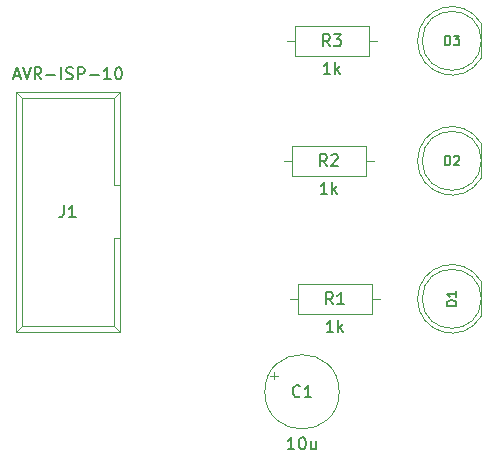
<source format=gbr>
%TF.GenerationSoftware,KiCad,Pcbnew,5.1.4-3.fc30*%
%TF.CreationDate,2019-10-13T13:42:18+02:00*%
%TF.ProjectId,avr_prog_uno_shiled,6176725f-7072-46f6-975f-756e6f5f7368,1.0*%
%TF.SameCoordinates,PX69db1f0PY7882d48*%
%TF.FileFunction,Other,Fab,Top*%
%FSLAX46Y46*%
G04 Gerber Fmt 4.6, Leading zero omitted, Abs format (unit mm)*
G04 Created by KiCad (PCBNEW 5.1.4-3.fc30) date 2019-10-13 13:42:18*
%MOMM*%
%LPD*%
G04 APERTURE LIST*
%ADD10C,0.100000*%
%ADD11C,0.150000*%
%ADD12C,0.200000*%
G04 APERTURE END LIST*
D10*
%TO.C,J1*%
X27031000Y34564000D02*
X26481000Y34004000D01*
X27031000Y14204000D02*
X26481000Y14744000D01*
X18181000Y34564000D02*
X18731000Y34004000D01*
X18181000Y14204000D02*
X18731000Y14744000D01*
X18731000Y34004000D02*
X26481000Y34004000D01*
X18181000Y34564000D02*
X27031000Y34564000D01*
X18731000Y14744000D02*
X26481000Y14744000D01*
X18181000Y14204000D02*
X27031000Y14204000D01*
X26481000Y26634000D02*
X27031000Y26634000D01*
X26481000Y22134000D02*
X27031000Y22134000D01*
X26481000Y26634000D02*
X26481000Y34004000D01*
X26481000Y14744000D02*
X26481000Y22134000D01*
X27031000Y14204000D02*
X27031000Y34564000D01*
X18731000Y14744000D02*
X18731000Y34004000D01*
X18181000Y14204000D02*
X18181000Y34564000D01*
%TO.C,C1*%
X40059028Y10832500D02*
X40059028Y10202500D01*
X39744028Y10517500D02*
X40374028Y10517500D01*
X45588000Y9144000D02*
G75*
G03X45588000Y9144000I-3150000J0D01*
G01*
%TO.C,D1*%
X57618016Y18487666D02*
G75*
G03X57618000Y15548306I-2500016J-1469666D01*
G01*
X57618000Y17018000D02*
G75*
G03X57618000Y17018000I-2500000J0D01*
G01*
X57618000Y15548306D02*
X57618000Y18487694D01*
%TO.C,D2*%
X57618000Y27232306D02*
X57618000Y30171694D01*
X57618000Y28702000D02*
G75*
G03X57618000Y28702000I-2500000J0D01*
G01*
X57618016Y30171666D02*
G75*
G03X57618000Y27232306I-2500016J-1469666D01*
G01*
%TO.C,D3*%
X57618016Y40331666D02*
G75*
G03X57618000Y37392306I-2500016J-1469666D01*
G01*
X57618000Y38862000D02*
G75*
G03X57618000Y38862000I-2500000J0D01*
G01*
X57618000Y37392306D02*
X57618000Y40331694D01*
%TO.C,R1*%
X42062000Y18268000D02*
X42062000Y15768000D01*
X42062000Y15768000D02*
X48362000Y15768000D01*
X48362000Y15768000D02*
X48362000Y18268000D01*
X48362000Y18268000D02*
X42062000Y18268000D01*
X41402000Y17018000D02*
X42062000Y17018000D01*
X49022000Y17018000D02*
X48362000Y17018000D01*
%TO.C,R2*%
X48514000Y28702000D02*
X47854000Y28702000D01*
X40894000Y28702000D02*
X41554000Y28702000D01*
X47854000Y29952000D02*
X41554000Y29952000D01*
X47854000Y27452000D02*
X47854000Y29952000D01*
X41554000Y27452000D02*
X47854000Y27452000D01*
X41554000Y29952000D02*
X41554000Y27452000D01*
%TO.C,R3*%
X41808000Y40112000D02*
X41808000Y37612000D01*
X41808000Y37612000D02*
X48108000Y37612000D01*
X48108000Y37612000D02*
X48108000Y40112000D01*
X48108000Y40112000D02*
X41808000Y40112000D01*
X41148000Y38862000D02*
X41808000Y38862000D01*
X48768000Y38862000D02*
X48108000Y38862000D01*
%TD*%
%TO.C,J1*%
D11*
X18034571Y35901334D02*
X18510761Y35901334D01*
X17939333Y35615620D02*
X18272666Y36615620D01*
X18606000Y35615620D01*
X18796476Y36615620D02*
X19129809Y35615620D01*
X19463142Y36615620D01*
X20367904Y35615620D02*
X20034571Y36091810D01*
X19796476Y35615620D02*
X19796476Y36615620D01*
X20177428Y36615620D01*
X20272666Y36568000D01*
X20320285Y36520381D01*
X20367904Y36425143D01*
X20367904Y36282286D01*
X20320285Y36187048D01*
X20272666Y36139429D01*
X20177428Y36091810D01*
X19796476Y36091810D01*
X20796476Y35996572D02*
X21558380Y35996572D01*
X22034571Y35615620D02*
X22034571Y36615620D01*
X22463142Y35663239D02*
X22606000Y35615620D01*
X22844095Y35615620D01*
X22939333Y35663239D01*
X22986952Y35710858D01*
X23034571Y35806096D01*
X23034571Y35901334D01*
X22986952Y35996572D01*
X22939333Y36044191D01*
X22844095Y36091810D01*
X22653619Y36139429D01*
X22558380Y36187048D01*
X22510761Y36234667D01*
X22463142Y36329905D01*
X22463142Y36425143D01*
X22510761Y36520381D01*
X22558380Y36568000D01*
X22653619Y36615620D01*
X22891714Y36615620D01*
X23034571Y36568000D01*
X23463142Y35615620D02*
X23463142Y36615620D01*
X23844095Y36615620D01*
X23939333Y36568000D01*
X23986952Y36520381D01*
X24034571Y36425143D01*
X24034571Y36282286D01*
X23986952Y36187048D01*
X23939333Y36139429D01*
X23844095Y36091810D01*
X23463142Y36091810D01*
X24463142Y35996572D02*
X25225047Y35996572D01*
X26225047Y35615620D02*
X25653619Y35615620D01*
X25939333Y35615620D02*
X25939333Y36615620D01*
X25844095Y36472762D01*
X25748857Y36377524D01*
X25653619Y36329905D01*
X26844095Y36615620D02*
X26939333Y36615620D01*
X27034571Y36568000D01*
X27082190Y36520381D01*
X27129809Y36425143D01*
X27177428Y36234667D01*
X27177428Y35996572D01*
X27129809Y35806096D01*
X27082190Y35710858D01*
X27034571Y35663239D01*
X26939333Y35615620D01*
X26844095Y35615620D01*
X26748857Y35663239D01*
X26701238Y35710858D01*
X26653619Y35806096D01*
X26606000Y35996572D01*
X26606000Y36234667D01*
X26653619Y36425143D01*
X26701238Y36520381D01*
X26748857Y36568000D01*
X26844095Y36615620D01*
X22272666Y24931620D02*
X22272666Y24217334D01*
X22225047Y24074477D01*
X22129809Y23979239D01*
X21986952Y23931620D01*
X21891714Y23931620D01*
X23272666Y23931620D02*
X22701238Y23931620D01*
X22986952Y23931620D02*
X22986952Y24931620D01*
X22891714Y24788762D01*
X22796476Y24693524D01*
X22701238Y24645905D01*
%TO.C,C1*%
X41795142Y4291620D02*
X41223714Y4291620D01*
X41509428Y4291620D02*
X41509428Y5291620D01*
X41414190Y5148762D01*
X41318952Y5053524D01*
X41223714Y5005905D01*
X42414190Y5291620D02*
X42509428Y5291620D01*
X42604666Y5244000D01*
X42652285Y5196381D01*
X42699904Y5101143D01*
X42747523Y4910667D01*
X42747523Y4672572D01*
X42699904Y4482096D01*
X42652285Y4386858D01*
X42604666Y4339239D01*
X42509428Y4291620D01*
X42414190Y4291620D01*
X42318952Y4339239D01*
X42271333Y4386858D01*
X42223714Y4482096D01*
X42176095Y4672572D01*
X42176095Y4910667D01*
X42223714Y5101143D01*
X42271333Y5196381D01*
X42318952Y5244000D01*
X42414190Y5291620D01*
X43604666Y4958286D02*
X43604666Y4291620D01*
X43176095Y4958286D02*
X43176095Y4434477D01*
X43223714Y4339239D01*
X43318952Y4291620D01*
X43461809Y4291620D01*
X43557047Y4339239D01*
X43604666Y4386858D01*
X42271333Y8786858D02*
X42223714Y8739239D01*
X42080857Y8691620D01*
X41985619Y8691620D01*
X41842761Y8739239D01*
X41747523Y8834477D01*
X41699904Y8929715D01*
X41652285Y9120191D01*
X41652285Y9263048D01*
X41699904Y9453524D01*
X41747523Y9548762D01*
X41842761Y9644000D01*
X41985619Y9691620D01*
X42080857Y9691620D01*
X42223714Y9644000D01*
X42271333Y9596381D01*
X43223714Y8691620D02*
X42652285Y8691620D01*
X42938000Y8691620D02*
X42938000Y9691620D01*
X42842761Y9548762D01*
X42747523Y9453524D01*
X42652285Y9405905D01*
%TO.C,D1*%
D12*
X55499904Y16427524D02*
X54699904Y16427524D01*
X54699904Y16618000D01*
X54738000Y16732286D01*
X54814190Y16808477D01*
X54890380Y16846572D01*
X55042761Y16884667D01*
X55157047Y16884667D01*
X55309428Y16846572D01*
X55385619Y16808477D01*
X55461809Y16732286D01*
X55499904Y16618000D01*
X55499904Y16427524D01*
X55499904Y17646572D02*
X55499904Y17189429D01*
X55499904Y17418000D02*
X54699904Y17418000D01*
X54814190Y17341810D01*
X54890380Y17265620D01*
X54928476Y17189429D01*
%TO.C,D2*%
X54547523Y28340096D02*
X54547523Y29140096D01*
X54738000Y29140096D01*
X54852285Y29102000D01*
X54928476Y29025810D01*
X54966571Y28949620D01*
X55004666Y28797239D01*
X55004666Y28682953D01*
X54966571Y28530572D01*
X54928476Y28454381D01*
X54852285Y28378191D01*
X54738000Y28340096D01*
X54547523Y28340096D01*
X55309428Y29063905D02*
X55347523Y29102000D01*
X55423714Y29140096D01*
X55614190Y29140096D01*
X55690380Y29102000D01*
X55728476Y29063905D01*
X55766571Y28987715D01*
X55766571Y28911524D01*
X55728476Y28797239D01*
X55271333Y28340096D01*
X55766571Y28340096D01*
%TO.C,D3*%
X54547523Y38500096D02*
X54547523Y39300096D01*
X54738000Y39300096D01*
X54852285Y39262000D01*
X54928476Y39185810D01*
X54966571Y39109620D01*
X55004666Y38957239D01*
X55004666Y38842953D01*
X54966571Y38690572D01*
X54928476Y38614381D01*
X54852285Y38538191D01*
X54738000Y38500096D01*
X54547523Y38500096D01*
X55271333Y39300096D02*
X55766571Y39300096D01*
X55499904Y38995334D01*
X55614190Y38995334D01*
X55690380Y38957239D01*
X55728476Y38919143D01*
X55766571Y38842953D01*
X55766571Y38652477D01*
X55728476Y38576286D01*
X55690380Y38538191D01*
X55614190Y38500096D01*
X55385619Y38500096D01*
X55309428Y38538191D01*
X55271333Y38576286D01*
%TO.C,R1*%
D11*
X45092952Y14195620D02*
X44521523Y14195620D01*
X44807238Y14195620D02*
X44807238Y15195620D01*
X44712000Y15052762D01*
X44616761Y14957524D01*
X44521523Y14909905D01*
X45521523Y14195620D02*
X45521523Y15195620D01*
X45616761Y14576572D02*
X45902476Y14195620D01*
X45902476Y14862286D02*
X45521523Y14481334D01*
X45045333Y16565620D02*
X44712000Y17041810D01*
X44473904Y16565620D02*
X44473904Y17565620D01*
X44854857Y17565620D01*
X44950095Y17518000D01*
X44997714Y17470381D01*
X45045333Y17375143D01*
X45045333Y17232286D01*
X44997714Y17137048D01*
X44950095Y17089429D01*
X44854857Y17041810D01*
X44473904Y17041810D01*
X45997714Y16565620D02*
X45426285Y16565620D01*
X45712000Y16565620D02*
X45712000Y17565620D01*
X45616761Y17422762D01*
X45521523Y17327524D01*
X45426285Y17279905D01*
%TO.C,R2*%
X44584952Y25879620D02*
X44013523Y25879620D01*
X44299238Y25879620D02*
X44299238Y26879620D01*
X44204000Y26736762D01*
X44108761Y26641524D01*
X44013523Y26593905D01*
X45013523Y25879620D02*
X45013523Y26879620D01*
X45108761Y26260572D02*
X45394476Y25879620D01*
X45394476Y26546286D02*
X45013523Y26165334D01*
X44537333Y28249620D02*
X44204000Y28725810D01*
X43965904Y28249620D02*
X43965904Y29249620D01*
X44346857Y29249620D01*
X44442095Y29202000D01*
X44489714Y29154381D01*
X44537333Y29059143D01*
X44537333Y28916286D01*
X44489714Y28821048D01*
X44442095Y28773429D01*
X44346857Y28725810D01*
X43965904Y28725810D01*
X44918285Y29154381D02*
X44965904Y29202000D01*
X45061142Y29249620D01*
X45299238Y29249620D01*
X45394476Y29202000D01*
X45442095Y29154381D01*
X45489714Y29059143D01*
X45489714Y28963905D01*
X45442095Y28821048D01*
X44870666Y28249620D01*
X45489714Y28249620D01*
%TO.C,R3*%
X44838952Y36039620D02*
X44267523Y36039620D01*
X44553238Y36039620D02*
X44553238Y37039620D01*
X44458000Y36896762D01*
X44362761Y36801524D01*
X44267523Y36753905D01*
X45267523Y36039620D02*
X45267523Y37039620D01*
X45362761Y36420572D02*
X45648476Y36039620D01*
X45648476Y36706286D02*
X45267523Y36325334D01*
X44791333Y38409620D02*
X44458000Y38885810D01*
X44219904Y38409620D02*
X44219904Y39409620D01*
X44600857Y39409620D01*
X44696095Y39362000D01*
X44743714Y39314381D01*
X44791333Y39219143D01*
X44791333Y39076286D01*
X44743714Y38981048D01*
X44696095Y38933429D01*
X44600857Y38885810D01*
X44219904Y38885810D01*
X45124666Y39409620D02*
X45743714Y39409620D01*
X45410380Y39028667D01*
X45553238Y39028667D01*
X45648476Y38981048D01*
X45696095Y38933429D01*
X45743714Y38838191D01*
X45743714Y38600096D01*
X45696095Y38504858D01*
X45648476Y38457239D01*
X45553238Y38409620D01*
X45267523Y38409620D01*
X45172285Y38457239D01*
X45124666Y38504858D01*
%TD*%
M02*

</source>
